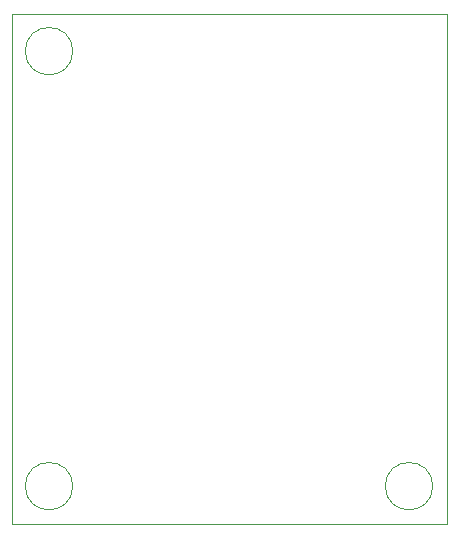
<source format=gbr>
%TF.GenerationSoftware,KiCad,Pcbnew,(6.0.9)*%
%TF.CreationDate,2023-08-13T20:03:35-07:00*%
%TF.ProjectId,LED_and_Switch_board,4c45445f-616e-4645-9f53-77697463685f,rev?*%
%TF.SameCoordinates,Original*%
%TF.FileFunction,Profile,NP*%
%FSLAX46Y46*%
G04 Gerber Fmt 4.6, Leading zero omitted, Abs format (unit mm)*
G04 Created by KiCad (PCBNEW (6.0.9)) date 2023-08-13 20:03:35*
%MOMM*%
%LPD*%
G01*
G04 APERTURE LIST*
%TA.AperFunction,Profile*%
%ADD10C,0.100000*%
%TD*%
G04 APERTURE END LIST*
D10*
X160758046Y-121920000D02*
G75*
G03*
X160758046Y-121920000I-2008046J0D01*
G01*
X130278046Y-121920000D02*
G75*
G03*
X130278046Y-121920000I-2008046J0D01*
G01*
X130278046Y-85090000D02*
G75*
G03*
X130278046Y-85090000I-2008046J0D01*
G01*
X161925000Y-125095000D02*
X125095000Y-125095000D01*
X161925000Y-81915000D02*
X161925000Y-125095000D01*
X125095000Y-81915000D02*
X161925000Y-81915000D01*
X125095000Y-125095000D02*
X125095000Y-81915000D01*
M02*

</source>
